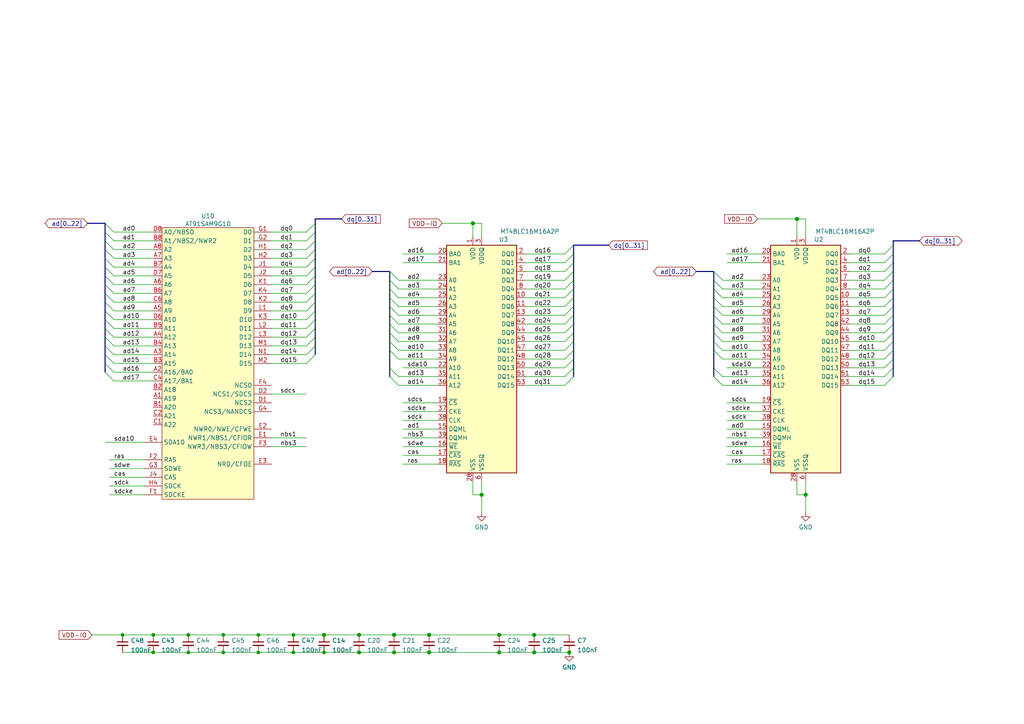
<source format=kicad_sch>
(kicad_sch (version 20211123) (generator eeschema)
  (paper "A4")
  (title_block (title "SAM9G10 SBC") (rev "0.1") (company "vd-rd"))
  (lib_symbols
    (symbol "Device:C_Small" (pin_numbers hide) (pin_names (offset 0.254) hide)
      (property "Reference" "C" (at 0.254 1.778 0))
      (property "Value" "C_Small" (at 0.254 -2.032 0))
      (symbol "C_Small_1_1"
        (pin passive line (at 0 2.54 270) (length 2.032) (name "~") (number "1"))
        (pin passive line (at 0 -2.54 90) (length 2.032) (name "~") (number "2"))
      )
    )
    (symbol "Memory_RAM:MT48LC16M16A2P"
      (property "Reference" "U" (at -8.89 34.29 0))
      (property "Value" "MT48LC16M16A2P" (at 8.89 34.29 0))
      (symbol "MT48LC16M16A2P_1_1"
        (pin power_in line (at -2.54 35.56 270) (length 2.54) (name "VDD") (number "1"))
        (pin bidirectional line (at 12.7 17.78 180) (length 2.54) (name "DQ5") (number "10"))
        (pin bidirectional line (at 12.7 15.24 180) (length 2.54) (name "DQ6") (number "11"))
        (pin passive line (at 0 -35.56 90) (length 2.54) hide (name "VSSQ") (number "12"))
        (pin bidirectional line (at 12.7 12.7 180) (length 2.54) (name "DQ7") (number "13"))
        (pin passive line (at -2.54 35.56 270) (length 2.54) hide (name "VDD") (number "14"))
        (pin input line (at -12.7 -20.32 0) (length 2.54) (name "DQML") (number "15"))
        (pin input line (at -12.7 -25.4 0) (length 2.54) (name "~{WE}") (number "16"))
        (pin input line (at -12.7 -27.94 0) (length 2.54) (name "~{CAS}") (number "17"))
        (pin input line (at -12.7 -30.48 0) (length 2.54) (name "~{RAS}") (number "18"))
        (pin input line (at -12.7 -12.7 0) (length 2.54) (name "~{CS}") (number "19"))
        (pin bidirectional line (at 12.7 30.48 180) (length 2.54) (name "DQ0") (number "2"))
        (pin input line (at -12.7 30.48 0) (length 2.54) (name "BA0") (number "20"))
        (pin input line (at -12.7 27.94 0) (length 2.54) (name "BA1") (number "21"))
        (pin input line (at -12.7 -2.54 0) (length 2.54) (name "A10") (number "22"))
        (pin input line (at -12.7 22.86 0) (length 2.54) (name "A0") (number "23"))
        (pin input line (at -12.7 20.32 0) (length 2.54) (name "A1") (number "24"))
        (pin input line (at -12.7 17.78 0) (length 2.54) (name "A2") (number "25"))
        (pin input line (at -12.7 15.24 0) (length 2.54) (name "A3") (number "26"))
        (pin passive line (at -2.54 35.56 270) (length 2.54) hide (name "VDD") (number "27"))
        (pin power_in line (at -2.54 -35.56 90) (length 2.54) (name "VSS") (number "28"))
        (pin input line (at -12.7 12.7 0) (length 2.54) (name "A4") (number "29"))
        (pin power_in line (at 0 35.56 270) (length 2.54) (name "VDDQ") (number "3"))
        (pin input line (at -12.7 10.16 0) (length 2.54) (name "A5") (number "30"))
        (pin input line (at -12.7 7.62 0) (length 2.54) (name "A6") (number "31"))
        (pin input line (at -12.7 5.08 0) (length 2.54) (name "A7") (number "32"))
        (pin input line (at -12.7 2.54 0) (length 2.54) (name "A8") (number "33"))
        (pin input line (at -12.7 0 0) (length 2.54) (name "A9") (number "34"))
        (pin input line (at -12.7 -5.08 0) (length 2.54) (name "A11") (number "35"))
        (pin input line (at -12.7 -7.62 0) (length 2.54) (name "A12") (number "36"))
        (pin input line (at -12.7 -15.24 0) (length 2.54) (name "CKE") (number "37"))
        (pin input line (at -12.7 -17.78 0) (length 2.54) (name "CLK") (number "38"))
        (pin input line (at -12.7 -22.86 0) (length 2.54) (name "DQMH") (number "39"))
        (pin bidirectional line (at 12.7 27.94 180) (length 2.54) (name "DQ1") (number "4"))
        (pin no_connect line (at 10.16 -20.32 180) (length 2.54) hide (name "NC") (number "40"))
        (pin passive line (at -2.54 -35.56 90) (length 2.54) hide (name "VSS") (number "41"))
        (pin bidirectional line (at 12.7 10.16 180) (length 2.54) (name "DQ8") (number "42"))
        (pin passive line (at 0 35.56 270) (length 2.54) hide (name "VDDQ") (number "43"))
        (pin bidirectional line (at 12.7 7.62 180) (length 2.54) (name "DQ9") (number "44"))
        (pin bidirectional line (at 12.7 5.08 180) (length 2.54) (name "DQ10") (number "45"))
        (pin passive line (at 0 -35.56 90) (length 2.54) hide (name "VSSQ") (number "46"))
        (pin bidirectional line (at 12.7 2.54 180) (length 2.54) (name "DQ11") (number "47"))
        (pin bidirectional line (at 12.7 0 180) (length 2.54) (name "DQ12") (number "48"))
        (pin passive line (at 0 35.56 270) (length 2.54) hide (name "VDDQ") (number "49"))
        (pin bidirectional line (at 12.7 25.4 180) (length 2.54) (name "DQ2") (number "5"))
        (pin bidirectional line (at 12.7 -2.54 180) (length 2.54) (name "DQ13") (number "50"))
        (pin bidirectional line (at 12.7 -5.08 180) (length 2.54) (name "DQ14") (number "51"))
        (pin passive line (at 0 -35.56 90) (length 2.54) hide (name "VSSQ") (number "52"))
        (pin bidirectional line (at 12.7 -7.62 180) (length 2.54) (name "DQ15") (number "53"))
        (pin passive line (at -2.54 -35.56 90) (length 2.54) hide (name "VSS") (number "54"))
        (pin power_in line (at 0 -35.56 90) (length 2.54) (name "VSSQ") (number "6"))
        (pin bidirectional line (at 12.7 22.86 180) (length 2.54) (name "DQ3") (number "7"))
        (pin bidirectional line (at 12.7 20.32 180) (length 2.54) (name "DQ4") (number "8"))
        (pin passive line (at 0 35.56 270) (length 2.54) hide (name "VDDQ") (number "9"))
      )
    )
    (symbol "microchip:AT91SAM9G10"
      (property "Reference" "U" (at 0 43.18 0))
      (property "Value" "AT91SAM9G10" (at -8.89 43.18 0))
      (symbol "AT91SAM9G10_1_0"
        (pin passive line (at -6.35 -36.83 0) (length 2.54) (name "PA30") (number "L14"))
        (pin passive line (at -6.35 -29.21 0) (length 2.54) (name "PA27") (number "L15"))
        (pin passive line (at -6.35 -39.37 0) (length 2.54) (name "PA31") (number "L16"))
        (pin passive line (at -6.35 -24.13 0) (length 2.54) (name "PA25") (number "M14"))
        (pin passive line (at -6.35 -26.67 0) (length 2.54) (name "PA26") (number "M15"))
        (pin passive line (at -6.35 -31.75 0) (length 2.54) (name "PA28") (number "M16"))
        (pin passive line (at -6.35 -34.29 0) (length 2.54) (name "PA29") (number "M17"))
        (pin passive line (at -6.35 -16.51 0) (length 2.54) (name "PA22") (number "N14"))
        (pin passive line (at -6.35 -13.97 0) (length 2.54) (name "PA21") (number "N15"))
        (pin passive line (at -6.35 -19.05 0) (length 2.54) (name "PA23") (number "N16"))
        (pin passive line (at -6.35 -21.59 0) (length 2.54) (name "PA24") (number "N17"))
        (pin passive line (at -6.35 31.75 0) (length 2.54) (name "PA3") (number "P10"))
        (pin passive line (at -6.35 1.27 0) (length 2.54) (name "PA15") (number "P13"))
        (pin passive line (at -6.35 -1.27 0) (length 2.54) (name "PA16") (number "P14"))
        (pin passive line (at -6.35 -8.89 0) (length 2.54) (name "PA19") (number "P16"))
        (pin passive line (at -6.35 -11.43 0) (length 2.54) (name "PA20") (number "P17"))
        (pin passive line (at -6.35 39.37 0) (length 2.54) (name "PA0") (number "R11"))
        (pin passive line (at -6.35 21.59 0) (length 2.54) (name "PA7") (number "R12"))
        (pin passive line (at -6.35 13.97 0) (length 2.54) (name "PA10") (number "R13"))
        (pin passive line (at -6.35 6.35 0) (length 2.54) (name "PA13") (number "R14"))
        (pin passive line (at -6.35 -3.81 0) (length 2.54) (name "PA17") (number "R15"))
        (pin passive line (at -6.35 -6.35 0) (length 2.54) (name "PA18") (number "R17"))
        (pin passive line (at -6.35 36.83 0) (length 2.54) (name "PA1") (number "T12"))
        (pin passive line (at -6.35 29.21 0) (length 2.54) (name "PA4") (number "T13"))
        (pin passive line (at -6.35 24.13 0) (length 2.54) (name "PA6") (number "T14"))
        (pin passive line (at -6.35 19.05 0) (length 2.54) (name "PA8") (number "T15"))
        (pin passive line (at -6.35 11.43 0) (length 2.54) (name "PA11") (number "T16"))
        (pin passive line (at -6.35 3.81 0) (length 2.54) (name "PA14") (number "T17"))
        (pin passive line (at -6.35 34.29 0) (length 2.54) (name "PA2") (number "U13"))
        (pin passive line (at -6.35 26.67 0) (length 2.54) (name "PA5") (number "U14"))
        (pin passive line (at -6.35 8.89 0) (length 2.54) (name "PA12") (number "U15"))
        (pin passive line (at -6.35 16.51 0) (length 2.54) (name "PA9") (number "U16"))
      )
      (symbol "AT91SAM9G10_2_0"
        (pin passive line (at -8.89 -29.21 0) (length 5.08) (name "PB27") (number "A15"))
        (pin passive line (at -8.89 -21.59 0) (length 5.08) (name "PB24") (number "A17"))
        (pin passive line (at -8.89 -39.37 0) (length 5.08) (name "PB31") (number "B13"))
        (pin passive line (at -8.89 -26.67 0) (length 5.08) (name "PB26") (number "B15"))
        (pin passive line (at -8.89 -24.13 0) (length 5.08) (name "PB25") (number "B16"))
        (pin passive line (at -8.89 -8.89 0) (length 5.08) (name "PB19") (number "B17"))
        (pin passive line (at -8.89 -36.83 0) (length 5.08) (name "PB30") (number "C13"))
        (pin passive line (at -8.89 -13.97 0) (length 5.08) (name "PB21") (number "C16"))
        (pin passive line (at -8.89 -34.29 0) (length 5.08) (name "PB29") (number "D12"))
        (pin passive line (at -8.89 -31.75 0) (length 5.08) (name "PB28") (number "D13"))
        (pin passive line (at -8.89 -19.05 0) (length 5.08) (name "PB23") (number "D14"))
        (pin passive line (at -8.89 -11.43 0) (length 5.08) (name "PB20") (number "D15"))
        (pin passive line (at -8.89 -3.81 0) (length 5.08) (name "PB17") (number "D16"))
        (pin passive line (at -8.89 -16.51 0) (length 5.08) (name "PB22") (number "E14"))
        (pin passive line (at -8.89 -6.35 0) (length 5.08) (name "PB18") (number "E15"))
        (pin passive line (at -8.89 1.27 0) (length 5.08) (name "PB15") (number "E16"))
        (pin passive line (at -8.89 -1.27 0) (length 5.08) (name "PB16") (number "F14"))
        (pin passive line (at -8.89 3.81 0) (length 5.08) (name "PB14") (number "G14"))
        (pin passive line (at -8.89 8.89 0) (length 5.08) (name "PB12") (number "G15"))
        (pin passive line (at -8.89 11.43 0) (length 5.08) (name "PB11") (number "G16"))
        (pin passive line (at -8.89 19.05 0) (length 5.08) (name "PB8") (number "G17"))
        (pin passive line (at -8.89 13.97 0) (length 5.08) (name "PB10") (number "H14"))
        (pin passive line (at -8.89 6.35 0) (length 5.08) (name "PB13") (number "H15"))
        (pin passive line (at -8.89 21.59 0) (length 5.08) (name "PB7") (number "H16"))
        (pin passive line (at -8.89 26.67 0) (length 5.08) (name "PB5") (number "H17"))
        (pin passive line (at -8.89 16.51 0) (length 5.08) (name "PB9") (number "J15"))
        (pin passive line (at -8.89 24.13 0) (length 5.08) (name "PB6") (number "J16"))
        (pin passive line (at -8.89 29.21 0) (length 5.08) (name "PB4") (number "J17"))
        (pin passive line (at -8.89 31.75 0) (length 5.08) (name "PB3/BMS") (number "K15"))
        (pin passive line (at -8.89 36.83 0) (length 5.08) (name "PB1") (number "K16"))
        (pin passive line (at -8.89 34.29 0) (length 5.08) (name "PB2") (number "K17"))
        (pin passive line (at -8.89 39.37 0) (length 5.08) (name "PB0") (number "L17"))
      )
      (symbol "AT91SAM9G10_3_0"
        (pin passive line (at -6.35 -6.35 0) (length 2.54) (name "PC18") (number "M3"))
        (pin passive line (at -6.35 -3.81 0) (length 2.54) (name "PC17") (number "N2"))
        (pin passive line (at -6.35 -39.37 0) (length 2.54) (name "PC31") (number "N3"))
        (pin passive line (at -6.35 -1.27 0) (length 2.54) (name "PC16") (number "P1"))
        (pin passive line (at -6.35 -36.83 0) (length 2.54) (name "PC30") (number "P2"))
        (pin passive line (at -6.35 -16.51 0) (length 2.54) (name "PC22") (number "P3"))
        (pin passive line (at -6.35 -21.59 0) (length 2.54) (name "PC24") (number "P4"))
        (pin passive line (at -6.35 -31.75 0) (length 2.54) (name "PC28") (number "P5"))
        (pin passive line (at -6.35 36.83 0) (length 2.54) (name "PC1") (number "P6"))
        (pin passive line (at -6.35 21.59 0) (length 2.54) (name "PC7") (number "P7"))
        (pin passive line (at -6.35 11.43 0) (length 2.54) (name "PC11") (number "P8"))
        (pin passive line (at -6.35 -8.89 0) (length 2.54) (name "PC19") (number "R1"))
        (pin passive line (at -6.35 -13.97 0) (length 2.54) (name "PC21") (number "R2"))
        (pin passive line (at -6.35 -29.21 0) (length 2.54) (name "PC27") (number "R4"))
        (pin passive line (at -6.35 -34.29 0) (length 2.54) (name "PC29") (number "R5"))
        (pin passive line (at -6.35 29.21 0) (length 2.54) (name "PC4") (number "R6"))
        (pin passive line (at -6.35 19.05 0) (length 2.54) (name "PC8") (number "R7"))
        (pin passive line (at -6.35 8.89 0) (length 2.54) (name "PC12") (number "R8"))
        (pin passive line (at -6.35 3.81 0) (length 2.54) (name "PC14") (number "R9"))
        (pin passive line (at -6.35 -11.43 0) (length 2.54) (name "PC20") (number "T1"))
        (pin passive line (at -6.35 -19.05 0) (length 2.54) (name "PC23") (number "T2"))
        (pin passive line (at -6.35 -26.67 0) (length 2.54) (name "PC26") (number "T3"))
        (pin passive line (at -6.35 34.29 0) (length 2.54) (name "PC2") (number "T4"))
        (pin passive line (at -6.35 26.67 0) (length 2.54) (name "PC5") (number "T6"))
        (pin passive line (at -6.35 16.51 0) (length 2.54) (name "PC9") (number "T7"))
        (pin passive line (at -6.35 13.97 0) (length 2.54) (name "PC10") (number "T8"))
        (pin passive line (at -6.35 1.27 0) (length 2.54) (name "PC15") (number "T9"))
        (pin passive line (at -6.35 -24.13 0) (length 2.54) (name "PC25") (number "U1"))
        (pin passive line (at -6.35 39.37 0) (length 2.54) (name "PC0") (number "U2"))
        (pin passive line (at -6.35 31.75 0) (length 2.54) (name "PC3") (number "U3"))
        (pin passive line (at -6.35 24.13 0) (length 2.54) (name "PC6") (number "U5"))
        (pin passive line (at -6.35 6.35 0) (length 2.54) (name "PC13") (number "U8"))
      )
      (symbol "AT91SAM9G10_4_0"
        (pin passive line (at -10.16 -10.16 0) (length 2.54) (name "A19") (number "A1"))
        (pin passive line (at -10.16 -2.54 0) (length 2.54) (name "A16/BA0") (number "A2"))
        (pin passive line (at -10.16 2.54 0) (length 2.54) (name "A14") (number "A3"))
        (pin passive line (at -10.16 7.62 0) (length 2.54) (name "A12") (number "A4"))
        (pin passive line (at -10.16 15.24 0) (length 2.54) (name "A9") (number "A5"))
        (pin passive line (at -10.16 22.86 0) (length 2.54) (name "A6") (number "A6"))
        (pin passive line (at -10.16 30.48 0) (length 2.54) (name "A3") (number "A7"))
        (pin passive line (at -10.16 33.02 0) (length 2.54) (name "A2") (number "A8"))
        (pin passive line (at -10.16 -12.7 0) (length 2.54) (name "A20") (number "B1"))
        (pin passive line (at -10.16 -7.62 0) (length 2.54) (name "A18") (number "B2"))
        (pin passive line (at -10.16 0 0) (length 2.54) (name "A15") (number "B3"))
        (pin passive line (at -10.16 5.08 0) (length 2.54) (name "A13") (number "B4"))
        (pin passive line (at -10.16 10.16 0) (length 2.54) (name "A11") (number "B5"))
        (pin passive line (at -10.16 20.32 0) (length 2.54) (name "A7") (number "B6"))
        (pin passive line (at -10.16 27.94 0) (length 2.54) (name "A4") (number "B7"))
        (pin passive line (at -10.16 35.56 0) (length 2.54) (name "A1/NBS2/NWR2") (number "B8"))
        (pin passive line (at -10.16 -17.78 0) (length 2.54) (name "A22") (number "C1"))
        (pin passive line (at -10.16 -15.24 0) (length 2.54) (name "A21") (number "C2"))
        (pin passive line (at -10.16 -5.08 0) (length 2.54) (name "A17/BA1") (number "C4"))
        (pin passive line (at -10.16 17.78 0) (length 2.54) (name "A8") (number "C6"))
        (pin passive line (at 24.13 -11.43 180) (length 5.08) (name "NCS2") (number "D1"))
        (pin passive line (at 24.13 -8.89 180) (length 5.08) (name "NCS1/SDCS") (number "D2"))
        (pin passive line (at -10.16 12.7 0) (length 2.54) (name "A10") (number "D6"))
        (pin passive line (at -10.16 25.4 0) (length 2.54) (name "A5") (number "D7"))
        (pin passive line (at -10.16 38.1 0) (length 2.54) (name "A0/NBS0") (number "D8"))
        (pin passive line (at 24.13 -21.59 180) (length 5.08) (name "NWR1/NBS1/CFIOR") (number "E1"))
        (pin passive line (at 24.13 -19.05 180) (length 5.08) (name "NWR0/NWE/CFWE") (number "E2"))
        (pin passive line (at 24.13 -29.21 180) (length 5.08) (name "NRD/CFOE") (number "E3"))
        (pin passive line (at -12.7 -22.86 0) (length 5.08) (name "SDA10") (number "E4"))
        (pin passive line (at -12.7 -38.1 0) (length 5.08) (name "SDCKE") (number "F1"))
        (pin passive line (at -12.7 -27.94 0) (length 5.08) (name "RAS") (number "F2"))
        (pin passive line (at 24.13 -24.13 180) (length 5.08) (name "NWR3/NBS3/CFIOW") (number "F3"))
        (pin passive line (at 24.13 -6.35 180) (length 5.08) (name "NCS0") (number "F4"))
        (pin passive line (at 24.13 38.1 180) (length 5.08) (name "D0") (number "G1"))
        (pin passive line (at 24.13 35.56 180) (length 5.08) (name "D1") (number "G2"))
        (pin passive line (at -12.7 -30.48 0) (length 5.08) (name "SDWE") (number "G3"))
        (pin passive line (at 24.13 -13.97 180) (length 5.08) (name "NCS3/NANDCS") (number "G4"))
        (pin passive line (at 24.13 33.02 180) (length 5.08) (name "D2") (number "H1"))
        (pin passive line (at 24.13 30.48 180) (length 5.08) (name "D3") (number "H2"))
        (pin passive line (at -12.7 -35.56 0) (length 5.08) (name "SDCK") (number "H4"))
        (pin passive line (at 24.13 27.94 180) (length 5.08) (name "D4") (number "J1"))
        (pin passive line (at 24.13 25.4 180) (length 5.08) (name "D5") (number "J2"))
        (pin passive line (at -12.7 -33.02 0) (length 5.08) (name "CAS") (number "J4"))
        (pin passive line (at 24.13 22.86 180) (length 5.08) (name "D6") (number "K1"))
        (pin passive line (at 24.13 17.78 180) (length 5.08) (name "D8") (number "K2"))
        (pin passive line (at 24.13 12.7 180) (length 5.08) (name "D10") (number "K3"))
        (pin passive line (at 24.13 20.32 180) (length 5.08) (name "D7") (number "K4"))
        (pin passive line (at 24.13 15.24 180) (length 5.08) (name "D9") (number "L1"))
        (pin passive line (at 24.13 10.16 180) (length 5.08) (name "D11") (number "L2"))
        (pin passive line (at 24.13 7.62 180) (length 5.08) (name "D12") (number "L3"))
        (pin passive line (at 24.13 5.08 180) (length 5.08) (name "D13") (number "M1"))
        (pin passive line (at 24.13 0 180) (length 5.08) (name "D15") (number "M2"))
        (pin passive line (at 24.13 2.54 180) (length 5.08) (name "D14") (number "N1"))
      )
      (symbol "AT91SAM9G10_5_0"
        (pin passive line (at -8.89 -31.75 0) (length 5.08) (name "XOUT32") (number "A10"))
        (pin passive line (at -8.89 -29.21 0) (length 5.08) (name "XIN32") (number "A11"))
        (pin passive line (at -8.89 3.81 0) (length 5.08) (name "DDP") (number "A12"))
        (pin passive line (at -8.89 -3.81 0) (length 5.08) (name "HDPB") (number "A13"))
        (pin passive line (at -8.89 -6.35 0) (length 5.08) (name "HDMB") (number "A14"))
        (pin passive line (at -8.89 -40.64 0) (length 5.08) (name "NC") (number "A9"))
        (pin passive line (at -8.89 38.1 0) (length 5.08) (name "JTAGSEL") (number "B10"))
        (pin passive line (at -8.89 11.43 0) (length 5.08) (name "WKUP") (number "B11"))
        (pin passive line (at -8.89 1.27 0) (length 5.08) (name "DDM") (number "B12"))
        (pin passive line (at -8.89 -13.97 0) (length 5.08) (name "HDMA") (number "B14"))
        (pin passive line (at -8.89 -24.13 0) (length 5.08) (name "TST") (number "C10"))
        (pin passive line (at -8.89 -11.43 0) (length 5.08) (name "HDPA") (number "C12"))
        (pin passive line (at -8.89 -43.18 0) (length 5.08) (name "NC") (number "C14"))
        (pin passive line (at -8.89 27.94 0) (length 5.08) (name "TMS") (number "C17"))
        (pin passive line (at -8.89 -45.72 0) (length 5.08) (name "NC") (number "D10"))
        (pin passive line (at -8.89 35.56 0) (length 5.08) (name "TCK") (number "D17"))
        (pin passive line (at -8.89 8.89 0) (length 5.08) (name "SHDN") (number "D9"))
        (pin passive line (at -8.89 33.02 0) (length 5.08) (name "TDI") (number "E17"))
        (pin passive line (at -8.89 17.78 0) (length 5.08) (name "NRST") (number "F15"))
        (pin passive line (at -8.89 30.48 0) (length 5.08) (name "TDO") (number "F16"))
        (pin passive line (at -8.89 22.86 0) (length 5.08) (name "NTRST") (number "F17"))
        (pin passive line (at -8.89 -20.32 0) (length 5.08) (name "PLLRCA") (number "U10"))
        (pin passive line (at -8.89 -34.29 0) (length 5.08) (name "XIN") (number "U11"))
        (pin passive line (at -8.89 -36.83 0) (length 5.08) (name "XOUT") (number "U12"))
        (pin passive line (at -8.89 25.4 0) (length 5.08) (name "RTCK") (number "U17"))
        (pin passive line (at -8.89 -17.78 0) (length 5.08) (name "PLLRCB") (number "U9"))
      )
      (symbol "AT91SAM9G10_6_0"
        (pin passive line (at -6.35 19.05 0) (length 5.08) (name "GND") (number "A16"))
        (pin power_in line (at 21.59 -16.51 180) (length 5.08) (name "VDDBU") (number "B9"))
        (pin passive line (at -6.35 13.97 0) (length 5.08) (name "GND") (number "C11"))
        (pin power_in line (at 21.59 2.54 180) (length 5.08) (name "VDDIOP") (number "C15"))
        (pin power_in line (at 21.59 22.86 180) (length 5.08) (name "VDDIOM") (number "C3"))
        (pin power_in line (at 21.59 20.32 180) (length 5.08) (name "VDDIOM") (number "C5"))
        (pin passive line (at -6.35 16.51 0) (length 5.08) (name "GND") (number "C7"))
        (pin power_in line (at 21.59 17.78 180) (length 5.08) (name "VDDIOM") (number "C8"))
        (pin passive line (at -6.35 26.67 0) (length 5.08) (name "GNDBU") (number "C9"))
        (pin power_in line (at 21.59 0 180) (length 5.08) (name "VDDIOP") (number "D11"))
        (pin passive line (at -6.35 11.43 0) (length 5.08) (name "GND") (number "D3"))
        (pin power_in line (at 21.59 15.24 180) (length 5.08) (name "VDDIOM") (number "D4"))
        (pin power_in line (at 21.59 29.21 180) (length 5.08) (name "VDDCORE") (number "D5"))
        (pin passive line (at -6.35 3.81 0) (length 5.08) (name "GND") (number "H10"))
        (pin power_in line (at 21.59 12.7 180) (length 5.08) (name "VDDIOM") (number "H3"))
        (pin passive line (at -6.35 8.89 0) (length 5.08) (name "GND") (number "H8"))
        (pin passive line (at -6.35 6.35 0) (length 5.08) (name "GND") (number "H9"))
        (pin passive line (at -6.35 -6.35 0) (length 5.08) (name "GND") (number "J10"))
        (pin power_in line (at 21.59 -2.54 180) (length 5.08) (name "VDDIOP") (number "J14"))
        (pin passive line (at -6.35 1.27 0) (length 5.08) (name "GND") (number "J3"))
        (pin passive line (at -6.35 -1.27 0) (length 5.08) (name "GND") (number "J8"))
        (pin passive line (at -6.35 -3.81 0) (length 5.08) (name "GND") (number "J9"))
        (pin passive line (at -6.35 -13.97 0) (length 5.08) (name "GND") (number "K10"))
        (pin power_in line (at 21.59 36.83 180) (length 5.08) (name "VDDCORE") (number "K14"))
        (pin passive line (at -6.35 -8.89 0) (length 5.08) (name "GND") (number "K8"))
        (pin passive line (at -6.35 -11.43 0) (length 5.08) (name "GND") (number "K9"))
        (pin power_in line (at 21.59 10.16 180) (length 5.08) (name "VDDIOM") (number "L4"))
        (pin power_in line (at 21.59 34.29 180) (length 5.08) (name "VDDCORE") (number "M4"))
        (pin power_in line (at 21.59 7.62 180) (length 5.08) (name "VDDIOM") (number "N4"))
        (pin power_in line (at 21.59 -5.08 180) (length 5.08) (name "VDDIOP") (number "P11"))
        (pin power_in line (at 21.59 31.75 180) (length 5.08) (name "VDDCORE") (number "P12"))
        (pin power_in line (at 21.59 -7.62 180) (length 5.08) (name "VDDIOP") (number "P15"))
        (pin passive line (at -6.35 21.59 0) (length 5.08) (name "GNDPLL") (number "P9"))
        (pin passive line (at 21.59 -20.32 180) (length 5.08) (name "VDDPLL") (number "R10"))
        (pin passive line (at -6.35 -19.05 0) (length 5.08) (name "GND") (number "R16"))
        (pin passive line (at -6.35 -16.51 0) (length 5.08) (name "GND") (number "R3"))
        (pin passive line (at 21.59 -24.13 180) (length 5.08) (name "VDDOSC") (number "T10"))
        (pin passive line (at -6.35 24.13 0) (length 5.08) (name "GNDOSC") (number "T11"))
        (pin power_in line (at 21.59 -10.16 180) (length 5.08) (name "VDDIOP") (number "T5"))
        (pin passive line (at -6.35 -21.59 0) (length 5.08) (name "GND") (number "U4"))
        (pin power_in line (at 21.59 -12.7 180) (length 5.08) (name "VDDIOP") (number "U6"))
        (pin passive line (at -6.35 -24.13 0) (length 5.08) (name "GND") (number "U7"))
      )
    )
    (symbol "power:GND" (power) (pin_names (offset 0))
      (property "Value" "GND" (at 0 -3.81 0))
      (symbol "GND_1_1"
        (pin power_in line (at 0 0 270) (length 0) hide (name "GND") (number "1"))
      )
    )
  )
  (junction (at 44.45 189.23))
  (junction (at 54.61 184.15))
  (junction (at 44.45 184.15))
  (junction (at 35.56 184.15))
  (junction (at 74.93 184.15))
  (junction (at 154.94 189.23) (diameter 1.016))
  (junction (at 85.09 184.15))
  (junction (at 144.78 189.23) (diameter 1.016))
  (junction (at 114.3 189.23) (diameter 1.016))
  (junction (at 54.61 189.23))
  (junction (at 64.77 189.23))
  (junction (at 231.14 63.5) (diameter 1.016))
  (junction (at 139.7 143.51) (diameter 1.016))
  (junction (at 93.98 189.23))
  (junction (at 93.98 184.15) (diameter 1.016))
  (junction (at 233.68 143.51) (diameter 1.016))
  (junction (at 144.78 184.15) (diameter 1.016))
  (junction (at 124.46 184.15) (diameter 1.016))
  (junction (at 137.16 64.77) (diameter 1.016))
  (junction (at 104.14 189.23) (diameter 1.016))
  (junction (at 104.14 184.15) (diameter 1.016))
  (junction (at 85.09 189.23))
  (junction (at 74.93 189.23))
  (junction (at 124.46 189.23) (diameter 1.016))
  (junction (at 114.3 184.15) (diameter 1.016))
  (junction (at 154.94 184.15) (diameter 1.016))
  (junction (at 165.1 189.23) (diameter 1.016))
  (junction (at 64.77 184.15))
  (bus_entry (at 113.03 101.6) (size 2.54 2.54) (stroke (width 0.1524)))
  (bus_entry (at 113.03 109.22) (size 2.54 2.54) (stroke (width 0.1524)))
  (bus_entry (at 30.48 87.63) (size 2.54 2.54) (stroke (width 0.1524)))
  (bus_entry (at 91.44 80.01) (size -2.54 2.54) (stroke (width 0.1524)))
  (bus_entry (at 30.48 64.77) (size 2.54 2.54) (stroke (width 0.1524)))
  (bus_entry (at 30.48 67.31) (size 2.54 2.54) (stroke (width 0.1524)))
  (bus_entry (at 91.44 85.09) (size -2.54 2.54) (stroke (width 0.1524)))
  (bus_entry (at 91.44 100.33) (size -2.54 2.54) (stroke (width 0.1524)))
  (bus_entry (at 91.44 90.17) (size -2.54 2.54) (stroke (width 0.1524)))
  (bus_entry (at 30.48 100.33) (size 2.54 2.54) (stroke (width 0.1524)))
  (bus_entry (at 30.48 85.09) (size 2.54 2.54) (stroke (width 0.1524)))
  (bus_entry (at 113.03 86.36) (size 2.54 2.54) (stroke (width 0.1524)))
  (bus_entry (at 30.48 95.25) (size 2.54 2.54) (stroke (width 0.1524)))
  (bus_entry (at 30.48 102.87) (size 2.54 2.54) (stroke (width 0.1524)))
  (bus_entry (at 30.48 107.95) (size 2.54 2.54) (stroke (width 0.1524)))
  (bus_entry (at 30.48 105.41) (size 2.54 2.54) (stroke (width 0.1524)))
  (bus_entry (at 91.44 69.85) (size -2.54 2.54) (stroke (width 0.1524)))
  (bus_entry (at 30.48 80.01) (size 2.54 2.54) (stroke (width 0.1524)))
  (bus_entry (at 91.44 97.79) (size -2.54 2.54) (stroke (width 0.1524)))
  (bus_entry (at 91.44 64.77) (size -2.54 2.54) (stroke (width 0.1524)))
  (bus_entry (at 91.44 92.71) (size -2.54 2.54) (stroke (width 0.1524)))
  (bus_entry (at 113.03 81.28) (size 2.54 2.54) (stroke (width 0.1524)))
  (bus_entry (at 30.48 74.93) (size 2.54 2.54) (stroke (width 0.1524)))
  (bus_entry (at 113.03 106.68) (size 2.54 2.54) (stroke (width 0.1524)))
  (bus_entry (at 113.03 96.52) (size 2.54 2.54) (stroke (width 0.1524)))
  (bus_entry (at 91.44 74.93) (size -2.54 2.54) (stroke (width 0.1524)))
  (bus_entry (at 113.03 91.44) (size 2.54 2.54) (stroke (width 0.1524)))
  (bus_entry (at 113.03 93.98) (size 2.54 2.54) (stroke (width 0.1524)))
  (bus_entry (at 91.44 77.47) (size -2.54 2.54) (stroke (width 0.1524)))
  (bus_entry (at 207.01 81.28) (size 2.54 2.54) (stroke (width 0.1524)))
  (bus_entry (at 207.01 78.74) (size 2.54 2.54) (stroke (width 0.1524)))
  (bus_entry (at 207.01 93.98) (size 2.54 2.54) (stroke (width 0.1524)))
  (bus_entry (at 207.01 96.52) (size 2.54 2.54) (stroke (width 0.1524)))
  (bus_entry (at 207.01 101.6) (size 2.54 2.54) (stroke (width 0.1524)))
  (bus_entry (at 207.01 99.06) (size 2.54 2.54) (stroke (width 0.1524)))
  (bus_entry (at 207.01 88.9) (size 2.54 2.54) (stroke (width 0.1524)))
  (bus_entry (at 207.01 83.82) (size 2.54 2.54) (stroke (width 0.1524)))
  (bus_entry (at 207.01 86.36) (size 2.54 2.54) (stroke (width 0.1524)))
  (bus_entry (at 207.01 91.44) (size 2.54 2.54) (stroke (width 0.1524)))
  (bus_entry (at 207.01 106.68) (size 2.54 2.54) (stroke (width 0.1524)))
  (bus_entry (at 207.01 109.22) (size 2.54 2.54) (stroke (width 0.1524)))
  (bus_entry (at 91.44 67.31) (size -2.54 2.54) (stroke (width 0.1524)))
  (bus_entry (at 30.48 97.79) (size 2.54 2.54) (stroke (width 0.1524)))
  (bus_entry (at 91.44 82.55) (size -2.54 2.54) (stroke (width 0.1524)))
  (bus_entry (at 30.48 72.39) (size 2.54 2.54) (stroke (width 0.1524)))
  (bus_entry (at 30.48 82.55) (size 2.54 2.54) (stroke (width 0.1524)))
  (bus_entry (at 30.48 77.47) (size 2.54 2.54) (stroke (width 0.1524)))
  (bus_entry (at 113.03 99.06) (size 2.54 2.54) (stroke (width 0.1524)))
  (bus_entry (at 30.48 90.17) (size 2.54 2.54) (stroke (width 0.1524)))
  (bus_entry (at 91.44 87.63) (size -2.54 2.54) (stroke (width 0.1524)))
  (bus_entry (at 166.37 78.74) (size -2.54 2.54) (stroke (width 0.1524)))
  (bus_entry (at 166.37 71.12) (size -2.54 2.54) (stroke (width 0.1524)))
  (bus_entry (at 166.37 73.66) (size -2.54 2.54) (stroke (width 0.1524)))
  (bus_entry (at 166.37 76.2) (size -2.54 2.54) (stroke (width 0.1524)))
  (bus_entry (at 166.37 106.68) (size -2.54 2.54) (stroke (width 0.1524)))
  (bus_entry (at 166.37 101.6) (size -2.54 2.54) (stroke (width 0.1524)))
  (bus_entry (at 166.37 99.06) (size -2.54 2.54) (stroke (width 0.1524)))
  (bus_entry (at 166.37 96.52) (size -2.54 2.54) (stroke (width 0.1524)))
  (bus_entry (at 166.37 104.14) (size -2.54 2.54) (stroke (width 0.1524)))
  (bus_entry (at 166.37 91.44) (size -2.54 2.54) (stroke (width 0.1524)))
  (bus_entry (at 166.37 93.98) (size -2.54 2.54) (stroke (width 0.1524)))
  (bus_entry (at 166.37 86.36) (size -2.54 2.54) (stroke (width 0.1524)))
  (bus_entry (at 166.37 88.9) (size -2.54 2.54) (stroke (width 0.1524)))
  (bus_entry (at 166.37 83.82) (size -2.54 2.54) (stroke (width 0.1524)))
  (bus_entry (at 166.37 81.28) (size -2.54 2.54) (stroke (width 0.1524)))
  (bus_entry (at 166.37 109.22) (size -2.54 2.54) (stroke (width 0.1524)))
  (bus_entry (at 91.44 72.39) (size -2.54 2.54) (stroke (width 0.1524)))
  (bus_entry (at 113.03 88.9) (size 2.54 2.54) (stroke (width 0.1524)))
  (bus_entry (at 113.03 83.82) (size 2.54 2.54) (stroke (width 0.1524)))
  (bus_entry (at 113.03 78.74) (size 2.54 2.54) (stroke (width 0.1524)))
  (bus_entry (at 30.48 69.85) (size 2.54 2.54) (stroke (width 0.1524)))
  (bus_entry (at 30.48 92.71) (size 2.54 2.54) (stroke (width 0.1524)))
  (bus_entry (at 259.08 83.82) (size -2.54 2.54) (stroke (width 0.1524)))
  (bus_entry (at 259.08 86.36) (size -2.54 2.54) (stroke (width 0.1524)))
  (bus_entry (at 259.08 88.9) (size -2.54 2.54) (stroke (width 0.1524)))
  (bus_entry (at 259.08 81.28) (size -2.54 2.54) (stroke (width 0.1524)))
  (bus_entry (at 259.08 76.2) (size -2.54 2.54) (stroke (width 0.1524)))
  (bus_entry (at 259.08 78.74) (size -2.54 2.54) (stroke (width 0.1524)))
  (bus_entry (at 259.08 93.98) (size -2.54 2.54) (stroke (width 0.1524)))
  (bus_entry (at 259.08 91.44) (size -2.54 2.54) (stroke (width 0.1524)))
  (bus_entry (at 259.08 71.12) (size -2.54 2.54) (stroke (width 0.1524)))
  (bus_entry (at 259.08 73.66) (size -2.54 2.54) (stroke (width 0.1524)))
  (bus_entry (at 259.08 104.14) (size -2.54 2.54) (stroke (width 0.1524)))
  (bus_entry (at 259.08 101.6) (size -2.54 2.54) (stroke (width 0.1524)))
  (bus_entry (at 259.08 99.06) (size -2.54 2.54) (stroke (width 0.1524)))
  (bus_entry (at 259.08 106.68) (size -2.54 2.54) (stroke (width 0.1524)))
  (bus_entry (at 259.08 109.22) (size -2.54 2.54) (stroke (width 0.1524)))
  (bus_entry (at 259.08 96.52) (size -2.54 2.54) (stroke (width 0.1524)))
  (bus_entry (at 91.44 95.25) (size -2.54 2.54) (stroke (width 0.1524)))
  (bus_entry (at 91.44 102.87) (size -2.54 2.54) (stroke (width 0.1524)))
  (wire (pts (xy 246.38 86.36) (xy 256.54 86.36)))
  (bus (pts (xy 30.48 77.47) (xy 30.48 80.01)))
  (bus (pts (xy 30.48 80.01) (xy 30.48 82.55)))
  (bus (pts (xy 30.48 82.55) (xy 30.48 85.09)))
  (bus (pts (xy 30.48 69.85) (xy 30.48 72.39)))
  (bus (pts (xy 30.48 67.31) (xy 30.48 69.85)))
  (bus (pts (xy 30.48 64.77) (xy 30.48 67.31)))
  (bus (pts (xy 30.48 87.63) (xy 30.48 90.17)))
  (bus (pts (xy 30.48 85.09) (xy 30.48 87.63)))
  (bus (pts (xy 30.48 72.39) (xy 30.48 74.93)))
  (bus (pts (xy 30.48 74.93) (xy 30.48 77.47)))
  (bus (pts (xy 30.48 90.17) (xy 30.48 92.71)))
  (bus (pts (xy 30.48 92.71) (xy 30.48 95.25)))
  (bus (pts (xy 30.48 95.25) (xy 30.48 97.79)))
  (bus (pts (xy 30.48 97.79) (xy 30.48 100.33)))
  (bus (pts (xy 30.48 100.33) (xy 30.48 102.87)))
  (bus (pts (xy 30.48 102.87) (xy 30.48 105.41)))
  (bus (pts (xy 30.48 105.41) (xy 30.48 107.95)))
  (wire (pts (xy 209.55 111.76) (xy 220.98 111.76)))
  (wire (pts (xy 209.55 104.14) (xy 220.98 104.14)))
  (wire (pts (xy 78.74 74.93) (xy 88.9 74.93)))
  (wire (pts (xy 231.14 63.5) (xy 231.14 68.58)))
  (wire (pts (xy 210.82 106.68) (xy 220.98 106.68)))
  (wire (pts (xy 152.4 99.06) (xy 163.83 99.06)))
  (wire (pts (xy 30.48 128.27) (xy 41.91 128.27)))
  (wire (pts (xy 246.38 99.06) (xy 256.54 99.06)))
  (wire (pts (xy 35.56 184.15) (xy 44.45 184.15)))
  (wire (pts (xy 152.4 93.98) (xy 163.83 93.98)))
  (wire (pts (xy 210.82 132.08) (xy 220.98 132.08)))
  (wire (pts (xy 246.38 96.52) (xy 256.54 96.52)))
  (wire (pts (xy 115.57 96.52) (xy 127 96.52)))
  (bus (pts (xy 166.37 91.44) (xy 166.37 93.98)))
  (bus (pts (xy 166.37 93.98) (xy 166.37 96.52)))
  (bus (pts (xy 166.37 96.52) (xy 166.37 99.06)))
  (bus (pts (xy 166.37 81.28) (xy 166.37 83.82)))
  (bus (pts (xy 166.37 83.82) (xy 166.37 86.36)))
  (bus (pts (xy 166.37 86.36) (xy 166.37 88.9)))
  (bus (pts (xy 166.37 88.9) (xy 166.37 91.44)))
  (bus (pts (xy 166.37 106.68) (xy 166.37 109.22)))
  (bus (pts (xy 166.37 101.6) (xy 166.37 104.14)))
  (bus (pts (xy 166.37 99.06) (xy 166.37 101.6)))
  (bus (pts (xy 166.37 104.14) (xy 166.37 106.68)))
  (bus (pts (xy 166.37 71.12) (xy 176.53 71.12)))
  (bus (pts (xy 166.37 71.12) (xy 166.37 73.66)))
  (bus (pts (xy 166.37 73.66) (xy 166.37 76.2)))
  (bus (pts (xy 166.37 76.2) (xy 166.37 78.74)))
  (bus (pts (xy 166.37 78.74) (xy 166.37 81.28)))
  (wire (pts (xy 152.4 83.82) (xy 163.83 83.82)))
  (wire (pts (xy 124.46 184.15) (xy 144.78 184.15)))
  (wire (pts (xy 144.78 184.15) (xy 154.94 184.15)))
  (wire (pts (xy 114.3 184.15) (xy 124.46 184.15)))
  (wire (pts (xy 154.94 184.15) (xy 165.1 184.15)))
  (wire (pts (xy 104.14 184.15) (xy 114.3 184.15)))
  (wire (pts (xy 93.98 184.15) (xy 104.14 184.15)))
  (wire (pts (xy 115.57 93.98) (xy 127 93.98)))
  (wire (pts (xy 116.84 116.84) (xy 127 116.84)))
  (wire (pts (xy 33.02 87.63) (xy 44.45 87.63)))
  (wire (pts (xy 152.4 91.44) (xy 163.83 91.44)))
  (wire (pts (xy 152.4 104.14) (xy 163.83 104.14)))
  (wire (pts (xy 116.84 76.2) (xy 127 76.2)))
  (wire (pts (xy 33.02 82.55) (xy 44.45 82.55)))
  (wire (pts (xy 152.4 111.76) (xy 163.83 111.76)))
  (wire (pts (xy 33.02 92.71) (xy 44.45 92.71)))
  (wire (pts (xy 33.02 85.09) (xy 44.45 85.09)))
  (bus (pts (xy 107.95 78.74) (xy 113.03 78.74)))
  (wire (pts (xy 116.84 124.46) (xy 127 124.46)))
  (wire (pts (xy 33.02 77.47) (xy 44.45 77.47)))
  (wire (pts (xy 33.02 67.31) (xy 44.45 67.31)))
  (wire (pts (xy 115.57 86.36) (xy 127 86.36)))
  (wire (pts (xy 152.4 96.52) (xy 163.83 96.52)))
  (wire (pts (xy 35.56 189.23) (xy 44.45 189.23)))
  (wire (pts (xy 78.74 114.3) (xy 88.9 114.3)))
  (wire (pts (xy 246.38 73.66) (xy 256.54 73.66)))
  (wire (pts (xy 246.38 111.76) (xy 256.54 111.76)))
  (wire (pts (xy 231.14 139.7) (xy 231.14 143.51)))
  (wire (pts (xy 78.74 95.25) (xy 88.9 95.25)))
  (wire (pts (xy 116.84 73.66) (xy 127 73.66)))
  (wire (pts (xy 64.77 184.15) (xy 74.93 184.15)))
  (wire (pts (xy 44.45 184.15) (xy 54.61 184.15)))
  (wire (pts (xy 54.61 184.15) (xy 64.77 184.15)))
  (wire (pts (xy 85.09 184.15) (xy 93.98 184.15)))
  (wire (pts (xy 74.93 184.15) (xy 85.09 184.15)))
  (wire (pts (xy 152.4 88.9) (xy 163.83 88.9)))
  (wire (pts (xy 33.02 90.17) (xy 44.45 90.17)))
  (wire (pts (xy 209.55 93.98) (xy 220.98 93.98)))
  (wire (pts (xy 115.57 109.22) (xy 127 109.22)))
  (wire (pts (xy 78.74 90.17) (xy 88.9 90.17)))
  (wire (pts (xy 115.57 88.9) (xy 127 88.9)))
  (wire (pts (xy 246.38 81.28) (xy 256.54 81.28)))
  (wire (pts (xy 33.02 95.25) (xy 44.45 95.25)))
  (wire (pts (xy 233.68 139.7) (xy 233.68 143.51)))
  (wire (pts (xy 233.68 143.51) (xy 233.68 148.59)))
  (wire (pts (xy 33.02 110.49) (xy 44.45 110.49)))
  (wire (pts (xy 209.55 86.36) (xy 220.98 86.36)))
  (wire (pts (xy 209.55 88.9) (xy 220.98 88.9)))
  (wire (pts (xy 209.55 101.6) (xy 220.98 101.6)))
  (wire (pts (xy 33.02 97.79) (xy 44.45 97.79)))
  (wire (pts (xy 246.38 93.98) (xy 256.54 93.98)))
  (wire (pts (xy 115.57 99.06) (xy 127 99.06)))
  (wire (pts (xy 26.67 184.15) (xy 35.56 184.15)))
  (wire (pts (xy 116.84 129.54) (xy 127 129.54)))
  (wire (pts (xy 210.82 116.84) (xy 220.98 116.84)))
  (wire (pts (xy 209.55 83.82) (xy 220.98 83.82)))
  (wire (pts (xy 33.02 80.01) (xy 44.45 80.01)))
  (wire (pts (xy 210.82 124.46) (xy 220.98 124.46)))
  (wire (pts (xy 33.02 105.41) (xy 44.45 105.41)))
  (wire (pts (xy 31.75 140.97) (xy 41.91 140.97)))
  (wire (pts (xy 246.38 83.82) (xy 256.54 83.82)))
  (wire (pts (xy 78.74 77.47) (xy 88.9 77.47)))
  (bus (pts (xy 25.4 64.77) (xy 30.48 64.77)))
  (wire (pts (xy 246.38 78.74) (xy 256.54 78.74)))
  (wire (pts (xy 116.84 121.92) (xy 127 121.92)))
  (wire (pts (xy 246.38 104.14) (xy 256.54 104.14)))
  (wire (pts (xy 78.74 129.54) (xy 88.9 129.54)))
  (wire (pts (xy 115.57 111.76) (xy 127 111.76)))
  (wire (pts (xy 78.74 82.55) (xy 88.9 82.55)))
  (wire (pts (xy 115.57 104.14) (xy 127 104.14)))
  (wire (pts (xy 64.77 189.23) (xy 74.93 189.23)))
  (wire (pts (xy 44.45 189.23) (xy 54.61 189.23)))
  (wire (pts (xy 54.61 189.23) (xy 64.77 189.23)))
  (wire (pts (xy 85.09 189.23) (xy 93.98 189.23)))
  (wire (pts (xy 74.93 189.23) (xy 85.09 189.23)))
  (wire (pts (xy 210.82 127) (xy 220.98 127)))
  (wire (pts (xy 210.82 119.38) (xy 220.98 119.38)))
  (wire (pts (xy 78.74 87.63) (xy 88.9 87.63)))
  (wire (pts (xy 209.55 96.52) (xy 220.98 96.52)))
  (wire (pts (xy 152.4 78.74) (xy 163.83 78.74)))
  (wire (pts (xy 137.16 139.7) (xy 137.16 143.51)))
  (wire (pts (xy 33.02 107.95) (xy 44.45 107.95)))
  (wire (pts (xy 152.4 76.2) (xy 163.83 76.2)))
  (wire (pts (xy 137.16 64.77) (xy 139.7 64.77)))
  (wire (pts (xy 139.7 68.58) (xy 139.7 64.77)))
  (wire (pts (xy 128.27 64.77) (xy 137.16 64.77)))
  (wire (pts (xy 78.74 92.71) (xy 88.9 92.71)))
  (wire (pts (xy 137.16 64.77) (xy 137.16 68.58)))
  (wire (pts (xy 210.82 76.2) (xy 220.98 76.2)))
  (wire (pts (xy 137.16 143.51) (xy 139.7 143.51)))
  (wire (pts (xy 78.74 67.31) (xy 88.9 67.31)))
  (wire (pts (xy 209.55 99.06) (xy 220.98 99.06)))
  (wire (pts (xy 139.7 139.7) (xy 139.7 143.51)))
  (wire (pts (xy 31.75 133.35) (xy 41.91 133.35)))
  (wire (pts (xy 78.74 127) (xy 88.9 127)))
  (wire (pts (xy 33.02 100.33) (xy 44.45 100.33)))
  (wire (pts (xy 209.55 91.44) (xy 220.98 91.44)))
  (wire (pts (xy 116.84 106.68) (xy 127 106.68)))
  (bus (pts (xy 259.08 69.85) (xy 266.7 69.85)))
  (wire (pts (xy 209.55 109.22) (xy 220.98 109.22)))
  (wire (pts (xy 115.57 101.6) (xy 127 101.6)))
  (wire (pts (xy 152.4 86.36) (xy 163.83 86.36)))
  (wire (pts (xy 231.14 63.5) (xy 233.68 63.5)))
  (wire (pts (xy 233.68 68.58) (xy 233.68 63.5)))
  (wire (pts (xy 219.71 63.5) (xy 231.14 63.5)))
  (bus (pts (xy 91.44 95.25) (xy 91.44 97.79)))
  (bus (pts (xy 91.44 92.71) (xy 91.44 95.25)))
  (bus (pts (xy 91.44 97.79) (xy 91.44 100.33)))
  (bus (pts (xy 91.44 100.33) (xy 91.44 102.87)))
  (bus (pts (xy 91.44 72.39) (xy 91.44 74.93)))
  (bus (pts (xy 91.44 69.85) (xy 91.44 72.39)))
  (bus (pts (xy 91.44 90.17) (xy 91.44 92.71)))
  (bus (pts (xy 91.44 82.55) (xy 91.44 85.09)))
  (bus (pts (xy 91.44 85.09) (xy 91.44 87.63)))
  (bus (pts (xy 91.44 87.63) (xy 91.44 90.17)))
  (bus (pts (xy 91.44 77.47) (xy 91.44 80.01)))
  (bus (pts (xy 91.44 80.01) (xy 91.44 82.55)))
  (bus (pts (xy 91.44 74.93) (xy 91.44 77.47)))
  (bus (pts (xy 91.44 67.31) (xy 91.44 69.85)))
  (bus (pts (xy 91.44 63.5) (xy 91.44 64.77)))
  (bus (pts (xy 91.44 64.77) (xy 91.44 67.31)))
  (wire (pts (xy 78.74 69.85) (xy 88.9 69.85)))
  (wire (pts (xy 152.4 81.28) (xy 163.83 81.28)))
  (wire (pts (xy 115.57 83.82) (xy 127 83.82)))
  (wire (pts (xy 78.74 72.39) (xy 88.9 72.39)))
  (wire (pts (xy 246.38 101.6) (xy 256.54 101.6)))
  (wire (pts (xy 116.84 127) (xy 127 127)))
  (bus (pts (xy 207.01 99.06) (xy 207.01 101.6)))
  (bus (pts (xy 207.01 101.6) (xy 207.01 106.68)))
  (bus (pts (xy 207.01 106.68) (xy 207.01 109.22)))
  (bus (pts (xy 201.93 78.74) (xy 207.01 78.74)))
  (bus (pts (xy 207.01 88.9) (xy 207.01 91.44)))
  (bus (pts (xy 207.01 83.82) (xy 207.01 86.36)))
  (bus (pts (xy 207.01 86.36) (xy 207.01 88.9)))
  (bus (pts (xy 207.01 81.28) (xy 207.01 83.82)))
  (bus (pts (xy 207.01 78.74) (xy 207.01 81.28)))
  (bus (pts (xy 207.01 93.98) (xy 207.01 96.52)))
  (bus (pts (xy 207.01 91.44) (xy 207.01 93.98)))
  (bus (pts (xy 207.01 96.52) (xy 207.01 99.06)))
  (wire (pts (xy 116.84 134.62) (xy 127 134.62)))
  (wire (pts (xy 115.57 81.28) (xy 127 81.28)))
  (wire (pts (xy 78.74 100.33) (xy 88.9 100.33)))
  (wire (pts (xy 78.74 105.41) (xy 88.9 105.41)))
  (wire (pts (xy 152.4 106.68) (xy 163.83 106.68)))
  (wire (pts (xy 139.7 143.51) (xy 139.7 148.59)))
  (wire (pts (xy 210.82 129.54) (xy 220.98 129.54)))
  (wire (pts (xy 33.02 102.87) (xy 44.45 102.87)))
  (wire (pts (xy 231.14 143.51) (xy 233.68 143.51)))
  (wire (pts (xy 246.38 109.22) (xy 256.54 109.22)))
  (bus (pts (xy 113.03 106.68) (xy 113.03 109.22)))
  (bus (pts (xy 113.03 83.82) (xy 113.03 86.36)))
  (bus (pts (xy 113.03 78.74) (xy 113.03 81.28)))
  (bus (pts (xy 113.03 81.28) (xy 113.03 83.82)))
  (bus (pts (xy 113.03 86.36) (xy 113.03 88.9)))
  (bus (pts (xy 113.03 88.9) (xy 113.03 91.44)))
  (bus (pts (xy 113.03 91.44) (xy 113.03 93.98)))
  (bus (pts (xy 113.03 96.52) (xy 113.03 99.06)))
  (bus (pts (xy 113.03 99.06) (xy 113.03 101.6)))
  (bus (pts (xy 113.03 101.6) (xy 113.03 106.68)))
  (bus (pts (xy 113.03 93.98) (xy 113.03 96.52)))
  (wire (pts (xy 33.02 74.93) (xy 44.45 74.93)))
  (wire (pts (xy 116.84 132.08) (xy 127 132.08)))
  (wire (pts (xy 152.4 73.66) (xy 163.83 73.66)))
  (wire (pts (xy 115.57 91.44) (xy 127 91.44)))
  (wire (pts (xy 78.74 80.01) (xy 88.9 80.01)))
  (wire (pts (xy 31.75 138.43) (xy 41.91 138.43)))
  (wire (pts (xy 78.74 97.79) (xy 88.9 97.79)))
  (wire (pts (xy 33.02 69.85) (xy 44.45 69.85)))
  (wire (pts (xy 246.38 91.44) (xy 256.54 91.44)))
  (wire (pts (xy 78.74 85.09) (xy 88.9 85.09)))
  (wire (pts (xy 210.82 134.62) (xy 220.98 134.62)))
  (wire (pts (xy 152.4 109.22) (xy 163.83 109.22)))
  (wire (pts (xy 78.74 102.87) (xy 88.9 102.87)))
  (wire (pts (xy 246.38 88.9) (xy 256.54 88.9)))
  (wire (pts (xy 116.84 119.38) (xy 127 119.38)))
  (wire (pts (xy 209.55 81.28) (xy 220.98 81.28)))
  (wire (pts (xy 210.82 121.92) (xy 220.98 121.92)))
  (wire (pts (xy 31.75 143.51) (xy 41.91 143.51)))
  (wire (pts (xy 246.38 106.68) (xy 256.54 106.68)))
  (wire (pts (xy 31.75 135.89) (xy 41.91 135.89)))
  (wire (pts (xy 246.38 76.2) (xy 256.54 76.2)))
  (wire (pts (xy 210.82 73.66) (xy 220.98 73.66)))
  (wire (pts (xy 152.4 101.6) (xy 163.83 101.6)))
  (bus (pts (xy 91.44 63.5) (xy 99.06 63.5)))
  (wire (pts (xy 33.02 72.39) (xy 44.45 72.39)))
  (wire (pts (xy 124.46 189.23) (xy 144.78 189.23)))
  (wire (pts (xy 144.78 189.23) (xy 154.94 189.23)))
  (wire (pts (xy 114.3 189.23) (xy 124.46 189.23)))
  (wire (pts (xy 154.94 189.23) (xy 165.1 189.23)))
  (wire (pts (xy 104.14 189.23) (xy 114.3 189.23)))
  (wire (pts (xy 93.98 189.23) (xy 104.14 189.23)))
  (bus (pts (xy 259.08 83.82) (xy 259.08 86.36)))
  (bus (pts (xy 259.08 86.36) (xy 259.08 88.9)))
  (bus (pts (xy 259.08 88.9) (xy 259.08 91.44)))
  (bus (pts (xy 259.08 81.28) (xy 259.08 83.82)))
  (bus (pts (xy 259.08 78.74) (xy 259.08 81.28)))
  (bus (pts (xy 259.08 93.98) (xy 259.08 96.52)))
  (bus (pts (xy 259.08 96.52) (xy 259.08 99.06)))
  (bus (pts (xy 259.08 91.44) (xy 259.08 93.98)))
  (bus (pts (xy 259.08 76.2) (xy 259.08 78.74)))
  (bus (pts (xy 259.08 73.66) (xy 259.08 76.2)))
  (bus (pts (xy 259.08 69.85) (xy 259.08 71.12)))
  (bus (pts (xy 259.08 71.12) (xy 259.08 73.66)))
  (bus (pts (xy 259.08 99.06) (xy 259.08 101.6)))
  (bus (pts (xy 259.08 101.6) (xy 259.08 104.14)))
  (bus (pts (xy 259.08 104.14) (xy 259.08 106.68)))
  (bus (pts (xy 259.08 106.68) (xy 259.08 109.22)))
  (label "dq7" (at 81.28 85.09 0))
  (label "ad11" (at 35.56 95.25 0))
  (label "sdwe" (at 118.11 129.54 0))
  (label "dq0" (at 248.92 73.66 0))
  (label "nbs1" (at 212.09 127 0))
  (label "ras" (at 33.02 133.35 0))
  (label "dq16" (at 154.94 73.66 0))
  (label "dq9" (at 81.28 90.17 0))
  (label "dq7" (at 248.92 91.44 0))
  (label "ad6" (at 212.09 91.44 0))
  (label "dq1" (at 248.92 76.2 0))
  (label "dq22" (at 154.94 88.9 0))
  (label "ad1" (at 118.11 124.46 0))
  (label "ad6" (at 118.11 91.44 0))
  (label "ad13" (at 212.09 109.22 0))
  (label "ad2" (at 212.09 81.28 0))
  (label "ad11" (at 118.11 104.14 0))
  (label "dq0" (at 81.28 67.31 0))
  (label "dq12" (at 81.28 97.79 0))
  (label "ad0" (at 212.09 124.46 0))
  (label "ad8" (at 118.11 96.52 0))
  (label "dq11" (at 81.28 95.25 0))
  (label "dq10" (at 81.28 92.71 0))
  (label "dq31" (at 154.94 111.76 0))
  (label "sda10" (at 33.02 128.27 0))
  (label "dq24" (at 154.94 93.98 0))
  (label "ad2" (at 118.11 81.28 0))
  (label "dq10" (at 248.92 99.06 0))
  (label "dq6" (at 248.92 88.9 0))
  (label "dq18" (at 154.94 78.74 0))
  (label "ad8" (at 35.56 87.63 0))
  (label "dq23" (at 154.94 91.44 0))
  (label "sdcke" (at 212.09 119.38 0))
  (label "ad2" (at 35.56 72.39 0))
  (label "dq4" (at 248.92 83.82 0))
  (label "dq13" (at 81.28 100.33 0))
  (label "ad11" (at 212.09 104.14 0))
  (label "dq6" (at 81.28 82.55 0))
  (label "ad7" (at 118.11 93.98 0))
  (label "nbs3" (at 81.28 129.54 0))
  (label "dq19" (at 154.94 81.28 0))
  (label "dq9" (at 248.92 96.52 0))
  (label "dq2" (at 248.92 78.74 0))
  (label "ad1" (at 35.56 69.85 0))
  (label "dq30" (at 154.94 109.22 0))
  (label "dq21" (at 154.94 86.36 0))
  (label "ad13" (at 35.56 100.33 0))
  (label "ad5" (at 212.09 88.9 0))
  (label "dq4" (at 81.28 77.47 0))
  (label "dq5" (at 248.92 86.36 0))
  (label "dq20" (at 154.94 83.82 0))
  (label "dq8" (at 248.92 93.98 0))
  (label "sdcs" (at 81.28 114.3 0))
  (label "ad16" (at 212.09 73.66 0))
  (label "ras" (at 118.11 134.62 0))
  (label "dq14" (at 248.92 109.22 0))
  (label "sdcs" (at 212.09 116.84 0))
  (label "sda10" (at 118.11 106.68 0))
  (label "sdwe" (at 33.02 135.89 0))
  (label "dq3" (at 81.28 74.93 0))
  (label "dq15" (at 81.28 105.41 0))
  (label "dq8" (at 81.28 87.63 0))
  (label "dq29" (at 154.94 106.68 0))
  (label "dq11" (at 248.92 101.6 0))
  (label "dq15" (at 248.92 111.76 0))
  (label "sdcke" (at 118.11 119.38 0))
  (label "ad17" (at 35.56 110.49 0))
  (label "dq17" (at 154.94 76.2 0))
  (label "ad10" (at 35.56 92.71 0))
  (label "sdwe" (at 212.09 129.54 0))
  (label "ad10" (at 118.11 101.6 0))
  (label "sdck" (at 212.09 121.92 0))
  (label "ad14" (at 118.11 111.76 0))
  (label "dq3" (at 248.92 81.28 0))
  (label "nbs3" (at 118.11 127 0))
  (label "sdcke" (at 33.02 143.51 0))
  (label "dq27" (at 154.94 101.6 0))
  (label "ad14" (at 212.09 111.76 0))
  (label "ad16" (at 118.11 73.66 0))
  (label "ad3" (at 118.11 83.82 0))
  (label "dq26" (at 154.94 99.06 0))
  (label "dq14" (at 81.28 102.87 0))
  (label "ad9" (at 118.11 99.06 0))
  (label "nbs1" (at 81.28 127 0))
  (label "ad4" (at 118.11 86.36 0))
  (label "ad3" (at 212.09 83.82 0))
  (label "ad4" (at 35.56 77.47 0))
  (label "sdck" (at 118.11 121.92 0))
  (label "cas" (at 118.11 132.08 0))
  (label "ad0" (at 35.56 67.31 0))
  (label "cas" (at 212.09 132.08 0))
  (label "sdcs" (at 118.11 116.84 0))
  (label "ad14" (at 35.56 102.87 0))
  (label "dq25" (at 154.94 96.52 0))
  (label "ad6" (at 35.56 82.55 0))
  (label "ad5" (at 118.11 88.9 0))
  (label "dq28" (at 154.94 104.14 0))
  (label "ras" (at 212.09 134.62 0))
  (label "ad4" (at 212.09 86.36 0))
  (label "dq5" (at 81.28 80.01 0))
  (label "ad7" (at 35.56 85.09 0))
  (label "cas" (at 33.02 138.43 0))
  (label "ad17" (at 212.09 76.2 0))
  (label "ad9" (at 35.56 90.17 0))
  (label "ad16" (at 35.56 107.95 0))
  (label "ad17" (at 118.11 76.2 0))
  (label "dq12" (at 248.92 104.14 0))
  (label "ad5" (at 35.56 80.01 0))
  (label "ad10" (at 212.09 101.6 0))
  (label "dq2" (at 81.28 72.39 0))
  (label "ad12" (at 35.56 97.79 0))
  (label "ad9" (at 212.09 99.06 0))
  (label "ad7" (at 212.09 93.98 0))
  (label "ad13" (at 118.11 109.22 0))
  (label "ad8" (at 212.09 96.52 0))
  (label "ad3" (at 35.56 74.93 0))
  (label "sdck" (at 33.02 140.97 0))
  (label "dq1" (at 81.28 69.85 0))
  (label "ad15" (at 35.56 105.41 0))
  (label "sda10" (at 212.09 106.68 0))
  (label "dq13" (at 248.92 106.68 0))
  (global_label "ad[0..22]" (shape bidirectional) (at 25.4 64.77 180) (property "Intersheet References" "${INTERSHEET_REFS}" (effects hide)))
  (global_label "ad[0..22]" (shape bidirectional) (at 201.93 78.74 180) (property "Intersheet References" "${INTERSHEET_REFS}" (effects hide)))
  (global_label "dq[0..31]" (shape bidirectional) (at 266.7 69.85 0) (property "Intersheet References" "${INTERSHEET_REFS}" (effects hide)))
  (global_label "VDD-IO" (shape input) (at 26.67 184.15 180) (property "Intersheet References" "${INTERSHEET_REFS}" (effects hide)))
  (global_label "VDD-IO" (shape input) (at 128.27 64.77 180) (property "Intersheet References" "${INTERSHEET_REFS}" (effects hide)))
  (global_label "dq[0..31]" (shape input) (at 176.53 71.12 0) (property "Intersheet References" "${INTERSHEET_REFS}" (effects hide)))
  (global_label "dq[0..31]" (shape input) (at 99.06 63.5 0) (property "Intersheet References" "${INTERSHEET_REFS}" (effects hide)))
  (global_label "ad[0..22]" (shape bidirectional) (at 107.95 78.74 180) (property "Intersheet References" "${INTERSHEET_REFS}" (effects hide)))
  (global_label "VDD-IO" (shape input) (at 219.71 63.5 180) (property "Intersheet References" "${INTERSHEET_REFS}" (effects hide)))
  (symbol (lib_id "power:GND") (at 165.1 189.23 0) (unit 1)
    (property "Reference" "#PWR0109" (effects hide))
    (property "Value" "GND" (at 165.1 193.5544 0))
  )
  (symbol (lib_id "Device:C_Small") (at 144.78 186.69 0) (unit 1)
    (property "Reference" "C24" (at 147.1042 185.7815 0) (effects (justify left)))
    (property "Value" "100nF" (at 147.1042 188.5566 0) (effects (justify left)))
    (property "Footprint" "Capacitor_SMD:C_0402_1005Metric" (effects hide))
  )
  (symbol (lib_id "Device:C_Small") (at 165.1 186.69 0) (unit 1)
    (property "Reference" "C7" (at 167.4242 185.7815 0) (effects (justify left)))
    (property "Value" "100nF" (at 167.4242 188.5566 0) (effects (justify left)))
    (property "Footprint" "Capacitor_SMD:C_0402_1005Metric" (effects hide))
  )
  (symbol (lib_id "Device:C_Small") (at 93.98 186.69 0) (unit 1)
    (property "Reference" "C14" (at 96.3042 185.7815 0) (effects (justify left)))
    (property "Value" "100nF" (at 96.3042 188.5566 0) (effects (justify left)))
    (property "Footprint" "Capacitor_SMD:C_0402_1005Metric" (effects hide))
  )
  (symbol (lib_id "Memory_RAM:MT48LC16M16A2P") (at 233.68 104.14 0) (unit 1)
    (property "Reference" "U2" (at 237.49 69.4394 0))
    (property "Value" "MT48LC16M16A2P" (at 245.11 67.1345 0))
    (property "Footprint" "Package_SO:TSOP-II-54_22.2x10.16mm_P0.8mm" (effects hide))
    (property "Datasheet" "https://www.micron.com/-/media/client/global/documents/products/data-sheet/dram/256mb_sdr.pdf" (effects hide))
  )
  (symbol (lib_id "Device:C_Small") (at 154.94 186.69 0) (unit 1)
    (property "Reference" "C25" (at 157.2642 185.7815 0) (effects (justify left)))
    (property "Value" "100nF" (at 157.2642 188.5566 0) (effects (justify left)))
    (property "Footprint" "Capacitor_SMD:C_0402_1005Metric" (effects hide))
  )
  (symbol (lib_id "Device:C_Small") (at 85.09 186.69 0) (unit 1)
    (property "Reference" "C47" (at 87.4142 185.7815 0) (effects (justify left)))
    (property "Value" "100nF" (at 87.4142 188.5566 0) (effects (justify left)))
    (property "Footprint" "Capacitor_SMD:C_0402_1005Metric" (effects hide))
  )
  (symbol (lib_id "Device:C_Small") (at 74.93 186.69 0) (unit 1)
    (property "Reference" "C46" (at 77.2542 185.7815 0) (effects (justify left)))
    (property "Value" "100nF" (at 77.2542 188.5566 0) (effects (justify left)))
    (property "Footprint" "Capacitor_SMD:C_0402_1005Metric" (effects hide))
  )
  (symbol (lib_id "power:GND") (at 139.7 148.59 0) (unit 1)
    (property "Reference" "#PWR0107" (effects hide))
    (property "Value" "GND" (at 139.7 152.9144 0))
  )
  (symbol (lib_id "microchip:AT91SAM9G10") (at 54.61 105.41 0) (unit 4)
    (property "Reference" "U1" (at 60.325 62.6576 0))
    (property "Value" "AT91SAM9G10" (at 60.325 64.9563 0))
    (property "Footprint" "microchip:AT91SAM9G10" (effects hide))
  )
  (symbol (lib_id "power:GND") (at 233.68 148.59 0) (unit 1)
    (property "Reference" "#PWR0101" (effects hide))
    (property "Value" "GND" (at 233.68 152.9144 0))
  )
  (symbol (lib_id "Memory_RAM:MT48LC16M16A2P") (at 139.7 104.14 0) (unit 1)
    (property "Reference" "U3" (at 146.05 69.4394 0))
    (property "Value" "MT48LC16M16A2P" (at 153.67 67.1345 0))
    (property "Footprint" "Package_SO:TSOP-II-54_22.2x10.16mm_P0.8mm" (effects hide))
    (property "Datasheet" "https://www.micron.com/-/media/client/global/documents/products/data-sheet/dram/256mb_sdr.pdf" (effects hide))
  )
  (symbol (lib_id "Device:C_Small") (at 114.3 186.69 0) (unit 1)
    (property "Reference" "C21" (at 116.6242 185.7815 0) (effects (justify left)))
    (property "Value" "100nF" (at 116.6242 188.5566 0) (effects (justify left)))
    (property "Footprint" "Capacitor_SMD:C_0402_1005Metric" (effects hide))
  )
  (symbol (lib_id "Device:C_Small") (at 54.61 186.69 0) (unit 1)
    (property "Reference" "C44" (at 56.9342 185.7815 0) (effects (justify left)))
    (property "Value" "100nF" (at 56.9342 188.5566 0) (effects (justify left)))
    (property "Footprint" "Capacitor_SMD:C_0402_1005Metric" (effects hide))
  )
  (symbol (lib_id "Device:C_Small") (at 64.77 186.69 0) (unit 1)
    (property "Reference" "C45" (at 67.0942 185.7815 0) (effects (justify left)))
    (property "Value" "100nF" (at 67.0942 188.5566 0) (effects (justify left)))
    (property "Footprint" "Capacitor_SMD:C_0402_1005Metric" (effects hide))
  )
  (symbol (lib_id "Device:C_Small") (at 104.14 186.69 0) (unit 1)
    (property "Reference" "C20" (at 106.4642 185.7815 0) (effects (justify left)))
    (property "Value" "100nF" (at 106.4642 188.5566 0) (effects (justify left)))
    (property "Footprint" "Capacitor_SMD:C_0402_1005Metric" (effects hide))
  )
  (symbol (lib_id "Device:C_Small") (at 44.45 186.69 0) (unit 1)
    (property "Reference" "C43" (at 46.7742 185.7815 0) (effects (justify left)))
    (property "Value" "100nF" (at 46.7742 188.5566 0) (effects (justify left)))
    (property "Footprint" "Capacitor_SMD:C_0402_1005Metric" (effects hide))
  )
  (symbol (lib_id "Device:C_Small") (at 35.56 186.69 0) (unit 1)
    (property "Reference" "C48" (at 37.8842 185.7815 0) (effects (justify left)))
    (property "Value" "100nF" (at 37.8842 188.5566 0) (effects (justify left)))
    (property "Footprint" "Capacitor_SMD:C_0402_1005Metric" (effects hide))
  )
  (symbol (lib_id "Device:C_Small") (at 124.46 186.69 0) (unit 1)
    (property "Reference" "C22" (at 126.7842 185.7815 0) (effects (justify left)))
    (property "Value" "100nF" (at 126.7842 188.5566 0) (effects (justify left)))
    (property "Footprint" "Capacitor_SMD:C_0402_1005Metric" (effects hide))
  )
)
</source>
